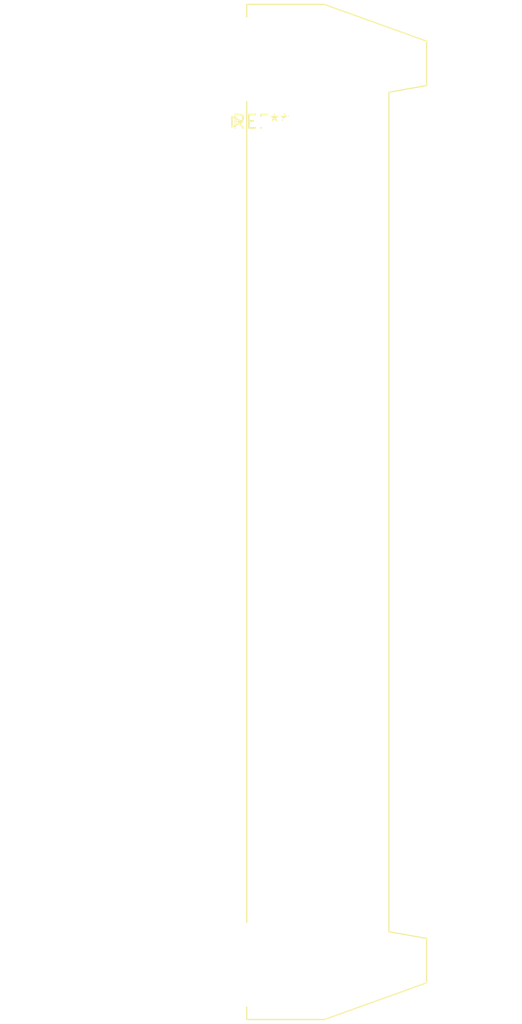
<source format=kicad_pcb>
(kicad_pcb (version 20240108) (generator pcbnew)
  (layers (0 "F.Cu" signal) (31 "B.Cu" signal) (34 "B.Paste" user) (35 "F.Paste" user) (36 "B.SilkS" user "B.Silkscreen") (37 "F.SilkS" user "F.Silkscreen") (38 "B.Mask" user) (39 "F.Mask" user) (44 "Edge.Cuts" user))
  (net 0 "")
  (footprint "IDC-Header_2x30-1MP_P2.54mm_Latch_Horizontal" (layer "F.Cu") (at 0 0)
    (property "Reference" "REF**")
    (property "Value" "IDC-Header_2x30-1MP_P2.54mm_Latch_Horizontal")
    (fp_line (start -2.74 -0.5) (end -2.74 0.5) (layer "F.SilkS") (stroke (width 0.12)))
    (fp_line (start -2.74 0.5) (end -1.74 0) (layer "F.SilkS") (stroke (width 0.12)))
    (fp_line (start -1.74 0) (end -2.74 -0.5) (layer "F.SilkS") (stroke (width 0.12)))
    (fp_line (start -1.35 -11.08) (end -1.35 -9.905) (layer "F.SilkS") (stroke (width 0.12)))
    (fp_line (start -1.35 -11.08) (end 5.98 -11.08) (layer "F.SilkS") (stroke (width 0.12)))
    (fp_line (start -1.35 -1.905) (end -1.35 75.565) (layer "F.SilkS") (stroke (width 0.12)))
    (fp_line (start -1.35 83.565) (end -1.35 84.74) (layer "F.SilkS") (stroke (width 0.12)))
    (fp_line (start 5.98 -11.08) (end 15.64 -7.61) (layer "F.SilkS") (stroke (width 0.12)))
    (fp_line (start 5.98 84.74) (end -1.35 84.74) (layer "F.SilkS") (stroke (width 0.12)))
    (fp_line (start 12.08 -2.79) (end 12.08 76.45) (layer "F.SilkS") (stroke (width 0.12)))
    (fp_line (start 12.08 76.45) (end 15.64 77.08) (layer "F.SilkS") (stroke (width 0.12)))
    (fp_line (start 15.64 -7.61) (end 15.64 -3.42) (layer "F.SilkS") (stroke (width 0.12)))
    (fp_line (start 15.64 -3.42) (end 12.08 -2.79) (layer "F.SilkS") (stroke (width 0.12)))
    (fp_line (start 15.64 77.08) (end 15.64 81.27) (layer "F.SilkS") (stroke (width 0.12)))
    (fp_line (start 15.64 81.27) (end 5.98 84.74) (layer "F.SilkS") (stroke (width 0.12)))
    (pad "1" thru_hole roundrect (at 0 0) (size 1.7 1.7) (drill 1) (layers *.Cu *.Mask) (remove_unused_layers) (roundrect_rratio 0.147059))
    (pad "2" thru_hole circle (at 2.54 0) (size 1.7 1.7) (drill 1) (layers *.Cu *.Mask) (remove_unused_layers))
    (pad "3" thru_hole circle (at 0 2.54) (size 1.7 1.7) (drill 1) (layers *.Cu *.Mask) (remove_unused_layers))
    (pad "4" thru_hole circle (at 2.54 2.54) (size 1.7 1.7) (drill 1) (layers *.Cu *.Mask) (remove_unused_layers))
    (pad "5" thru_hole circle (at 0 5.08) (size 1.7 1.7) (drill 1) (layers *.Cu *.Mask) (remove_unused_layers))
    (pad "6" thru_hole circle (at 2.54 5.08) (size 1.7 1.7) (drill 1) (layers *.Cu *.Mask) (remove_unused_layers))
    (pad "7" thru_hole circle (at 0 7.62) (size 1.7 1.7) (drill 1) (layers *.Cu *.Mask) (remove_unused_layers))
    (pad "8" thru_hole circle (at 2.54 7.62) (size 1.7 1.7) (drill 1) (layers *.Cu *.Mask) (remove_unused_layers))
    (pad "9" thru_hole circle (at 0 10.16) (size 1.7 1.7) (drill 1) (layers *.Cu *.Mask) (remove_unused_layers))
    (pad "10" thru_hole circle (at 2.54 10.16) (size 1.7 1.7) (drill 1) (layers *.Cu *.Mask) (remove_unused_layers))
    (pad "11" thru_hole circle (at 0 12.7) (size 1.7 1.7) (drill 1) (layers *.Cu *.Mask) (remove_unused_layers))
    (pad "12" thru_hole circle (at 2.54 12.7) (size 1.7 1.7) (drill 1) (layers *.Cu *.Mask) (remove_unused_layers))
    (pad "13" thru_hole circle (at 0 15.24) (size 1.7 1.7) (drill 1) (layers *.Cu *.Mask) (remove_unused_layers))
    (pad "14" thru_hole circle (at 2.54 15.24) (size 1.7 1.7) (drill 1) (layers *.Cu *.Mask) (remove_unused_layers))
    (pad "15" thru_hole circle (at 0 17.78) (size 1.7 1.7) (drill 1) (layers *.Cu *.Mask) (remove_unused_layers))
    (pad "16" thru_hole circle (at 2.54 17.78) (size 1.7 1.7) (drill 1) (layers *.Cu *.Mask) (remove_unused_layers))
    (pad "17" thru_hole circle (at 0 20.32) (size 1.7 1.7) (drill 1) (layers *.Cu *.Mask) (remove_unused_layers))
    (pad "18" thru_hole circle (at 2.54 20.32) (size 1.7 1.7) (drill 1) (layers *.Cu *.Mask) (remove_unused_layers))
    (pad "19" thru_hole circle (at 0 22.86) (size 1.7 1.7) (drill 1) (layers *.Cu *.Mask) (remove_unused_layers))
    (pad "20" thru_hole circle (at 2.54 22.86) (size 1.7 1.7) (drill 1) (layers *.Cu *.Mask) (remove_unused_layers))
    (pad "21" thru_hole circle (at 0 25.4) (size 1.7 1.7) (drill 1) (layers *.Cu *.Mask) (remove_unused_layers))
    (pad "22" thru_hole circle (at 2.54 25.4) (size 1.7 1.7) (drill 1) (layers *.Cu *.Mask) (remove_unused_layers))
    (pad "23" thru_hole circle (at 0 27.94) (size 1.7 1.7) (drill 1) (layers *.Cu *.Mask) (remove_unused_layers))
    (pad "24" thru_hole circle (at 2.54 27.94) (size 1.7 1.7) (drill 1) (layers *.Cu *.Mask) (remove_unused_layers))
    (pad "25" thru_hole circle (at 0 30.48) (size 1.7 1.7) (drill 1) (layers *.Cu *.Mask) (remove_unused_layers))
    (pad "26" thru_hole circle (at 2.54 30.48) (size 1.7 1.7) (drill 1) (layers *.Cu *.Mask) (remove_unused_layers))
    (pad "27" thru_hole circle (at 0 33.02) (size 1.7 1.7) (drill 1) (layers *.Cu *.Mask) (remove_unused_layers))
    (pad "28" thru_hole circle (at 2.54 33.02) (size 1.7 1.7) (drill 1) (layers *.Cu *.Mask) (remove_unused_layers))
    (pad "29" thru_hole circle (at 0 35.56) (size 1.7 1.7) (drill 1) (layers *.Cu *.Mask) (remove_unused_layers))
    (pad "30" thru_hole circle (at 2.54 35.56) (size 1.7 1.7) (drill 1) (layers *.Cu *.Mask) (remove_unused_layers))
    (pad "31" thru_hole circle (at 0 38.1) (size 1.7 1.7) (drill 1) (layers *.Cu *.Mask) (remove_unused_layers))
    (pad "32" thru_hole circle (at 2.54 38.1) (size 1.7 1.7) (drill 1) (layers *.Cu *.Mask) (remove_unused_layers))
    (pad "33" thru_hole circle (at 0 40.64) (size 1.7 1.7) (drill 1) (layers *.Cu *.Mask) (remove_unused_layers))
    (pad "34" thru_hole circle (at 2.54 40.64) (size 1.7 1.7) (drill 1) (layers *.Cu *.Mask) (remove_unused_layers))
    (pad "35" thru_hole circle (at 0 43.18) (size 1.7 1.7) (drill 1) (layers *.Cu *.Mask) (remove_unused_layers))
    (pad "36" thru_hole circle (at 2.54 43.18) (size 1.7 1.7) (drill 1) (layers *.Cu *.Mask) (remove_unused_layers))
    (pad "37" thru_hole circle (at 0 45.72) (size 1.7 1.7) (drill 1) (layers *.Cu *.Mask) (remove_unused_layers))
    (pad "38" thru_hole circle (at 2.54 45.72) (size 1.7 1.7) (drill 1) (layers *.Cu *.Mask) (remove_unused_layers))
    (pad "39" thru_hole circle (at 0 48.26) (size 1.7 1.7) (drill 1) (layers *.Cu *.Mask) (remove_unused_layers))
    (pad "40" thru_hole circle (at 2.54 48.26) (size 1.7 1.7) (drill 1) (layers *.Cu *.Mask) (remove_unused_layers))
    (pad "41" thru_hole circle (at 0 50.8) (size 1.7 1.7) (drill 1) (layers *.Cu *.Mask) (remove_unused_layers))
    (pad "42" thru_hole circle (at 2.54 50.8) (size 1.7 1.7) (drill 1) (layers *.Cu *.Mask) (remove_unused_layers))
    (pad "43" thru_hole circle (at 0 53.34) (size 1.7 1.7) (drill 1) (layers *.Cu *.Mask) (remove_unused_layers))
    (pad "44" thru_hole circle (at 2.54 53.34) (size 1.7 1.7) (drill 1) (layers *.Cu *.Mask) (remove_unused_layers))
    (pad "45" thru_hole circle (at 0 55.88) (size 1.7 1.7) (drill 1) (layers *.Cu *.Mask) (remove_unused_layers))
    (pad "46" thru_hole circle (at 2.54 55.88) (size 1.7 1.7) (drill 1) (layers *.Cu *.Mask) (remove_unused_layers))
    (pad "47" thru_hole circle (at 0 58.42) (size 1.7 1.7) (drill 1) (layers *.Cu *.Mask) (remove_unused_layers))
    (pad "48" thru_hole circle (at 2.54 58.42) (size 1.7 1.7) (drill 1) (layers *.Cu *.Mask) (remove_unused_layers))
    (pad "49" thru_hole circle (at 0 60.96) (size 1.7 1.7) (drill 1) (layers *.Cu *.Mask) (remove_unused_layers))
    (pad "50" thru_hole circle (at 2.54 60.96) (size 1.7 1.7) (drill 1) (layers *.Cu *.Mask) (remove_unused_layers))
    (pad "51" thru_hole circle (at 0 63.5) (size 1.7 1.7) (drill 1) (layers *.Cu *.Mask) (remove_unused_layers))
    (pad "52" thru_hole circle (at 2.54 63.5) (size 1.7 1.7) (drill 1) (layers *.Cu *.Mask) (remove_unused_layers))
    (pad "53" thru_hole circle (at 0 66.04) (size 1.7 1.7) (drill 1) (layers *.Cu *.Mask) (remove_unused_layers))
    (pad "54" thru_hole circle (at 2.54 66.04) (size 1.7 1.7) (drill 1) (layers *.Cu *.Mask) (remove_unused_layers))
    (pad "55" thru_hole circle (at 0 68.58) (size 1.7 1.7) (drill 1) (layers *.Cu *.Mask) (remove_unused_layers))
    (pad "56" thru_hole circle (at 2.54 68.58) (size 1.7 1.7) (drill 1) (layers *.Cu *.Mask) (remove_unused_layers))
    (pad "57" thru_hole circle (at 0 71.12) (size 1.7 1.7) (drill 1) (layers *.Cu *.Mask) (remove_unused_layers))
    (pad "58" thru_hole circle (at 2.54 71.12) (size 1.7 1.7) (drill 1) (layers *.Cu *.Mask) (remove_unused_layers))
    (pad "59" thru_hole circle (at 0 73.66) (size 1.7 1.7) (drill 1) (layers *.Cu *.Mask) (remove_unused_layers))
    (pad "60" thru_hole circle (at 2.54 73.66) (size 1.7 1.7) (drill 1) (layers *.Cu *.Mask) (remove_unused_layers))
    (pad "MP" thru_hole circle (at 1.8 -5.905) (size 8 8) (drill 2.69) (layers *.Cu *.Mask) (remove_unused_layers))
    (pad "MP" thru_hole circle (at 1.8 79.565) (size 8 8) (drill 2.69) (layers *.Cu *.Mask) (remove_unused_layers))
  )
)
</source>
